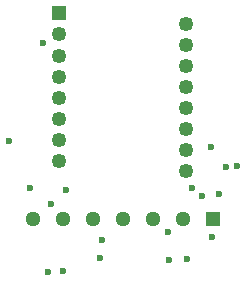
<source format=gbr>
G04 #@! TF.GenerationSoftware,KiCad,Pcbnew,8.0.7*
G04 #@! TF.CreationDate,2025-02-22T11:32:46+09:00*
G04 #@! TF.ProjectId,pmw3610_breakout_for_roBa,706d7733-3631-4305-9f62-7265616b6f75,rev?*
G04 #@! TF.SameCoordinates,Original*
G04 #@! TF.FileFunction,Soldermask,Top*
G04 #@! TF.FilePolarity,Negative*
%FSLAX46Y46*%
G04 Gerber Fmt 4.6, Leading zero omitted, Abs format (unit mm)*
G04 Created by KiCad (PCBNEW 8.0.7) date 2025-02-22 11:32:46*
%MOMM*%
%LPD*%
G01*
G04 APERTURE LIST*
G04 Aperture macros list*
%AMRoundRect*
0 Rectangle with rounded corners*
0 $1 Rounding radius*
0 $2 $3 $4 $5 $6 $7 $8 $9 X,Y pos of 4 corners*
0 Add a 4 corners polygon primitive as box body*
4,1,4,$2,$3,$4,$5,$6,$7,$8,$9,$2,$3,0*
0 Add four circle primitives for the rounded corners*
1,1,$1+$1,$2,$3*
1,1,$1+$1,$4,$5*
1,1,$1+$1,$6,$7*
1,1,$1+$1,$8,$9*
0 Add four rect primitives between the rounded corners*
20,1,$1+$1,$2,$3,$4,$5,0*
20,1,$1+$1,$4,$5,$6,$7,0*
20,1,$1+$1,$6,$7,$8,$9,0*
20,1,$1+$1,$8,$9,$2,$3,0*%
G04 Aperture macros list end*
%ADD10RoundRect,0.187500X-0.437500X0.437500X-0.437500X-0.437500X0.437500X-0.437500X0.437500X0.437500X0*%
%ADD11O,1.250000X1.250000*%
%ADD12R,1.300000X1.300000*%
%ADD13O,1.300000X1.300000*%
%ADD14C,0.600000*%
G04 APERTURE END LIST*
D10*
X130650000Y-81100000D03*
D11*
X130650000Y-82880000D03*
X130650000Y-84660000D03*
X130650000Y-86440000D03*
X130650000Y-88220000D03*
X130650000Y-90000000D03*
X130650000Y-91780000D03*
X130650000Y-93560000D03*
X141350000Y-94450000D03*
X141350000Y-92670000D03*
X141350000Y-90890000D03*
X141350000Y-89110000D03*
X141350000Y-87330000D03*
X141350000Y-85550000D03*
X141350000Y-83770000D03*
X141350000Y-81990000D03*
D12*
X143620000Y-98500000D03*
D13*
X141080000Y-98500000D03*
X138540000Y-98500000D03*
X136000000Y-98500000D03*
X133460000Y-98500000D03*
X130920000Y-98500000D03*
X128380000Y-98500000D03*
D14*
X139897300Y-102005500D03*
X143571500Y-99996600D03*
X144786300Y-94126600D03*
X128165200Y-95839900D03*
X134225700Y-100246100D03*
X126416900Y-91894700D03*
X142725100Y-96595900D03*
X145681100Y-94000000D03*
X130935400Y-102884900D03*
X141444700Y-101864200D03*
X143492800Y-92441900D03*
X134112300Y-101787300D03*
X129686600Y-102965600D03*
X129928300Y-97201600D03*
X141882400Y-95840600D03*
X144153500Y-96412300D03*
X131224900Y-96031200D03*
X139884000Y-99625400D03*
X129248700Y-83567000D03*
M02*

</source>
